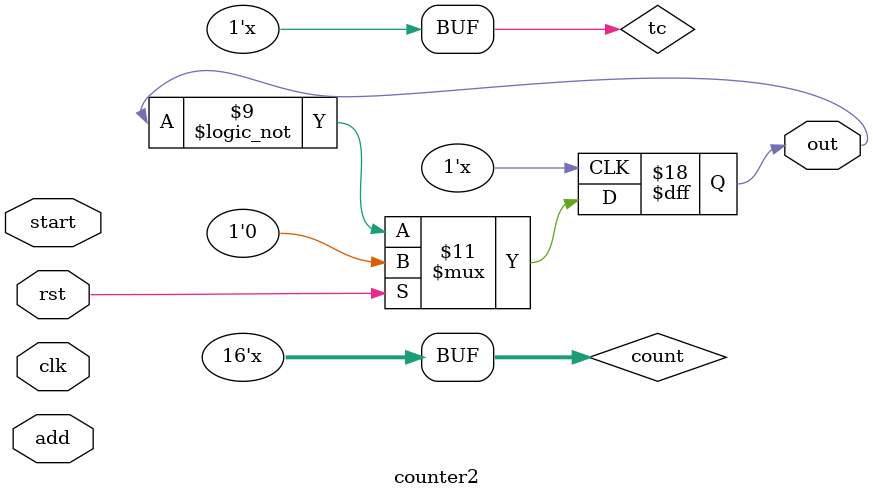
<source format=v>
`timescale 1ns / 1ps


module counter2(
    input start,
    input add,
    input clk,
    input rst,
    output reg out
    );
    
    localparam terminalcount = (500-1);
    wire tc;
    reg [15:0] count;
    
    assign tc = (count == terminalcount);
    always@(posedge(clk))
    begin
    if(rst || (count > terminalcount))
        count<=0;
    else if(start)
        count <= count +1;
        end
        
   always@(add) begin
    count <= count +1;
    end
        
    always @ (posedge (tc))
    begin
    if (rst) out <= 0;
    else out = !out;	// T-FF with tc as input signal
    end
    endmodule

</source>
